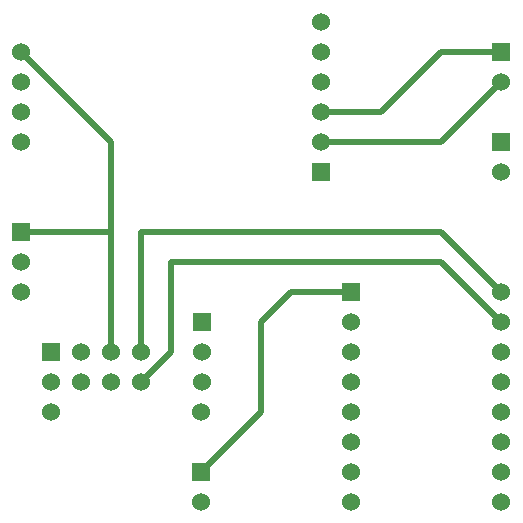
<source format=gbr>
%TF.GenerationSoftware,KiCad,Pcbnew,(6.0.2)*%
%TF.CreationDate,2023-07-03T16:13:51+01:00*%
%TF.ProjectId,Stretchy,53747265-7463-4687-992e-6b696361645f,rev?*%
%TF.SameCoordinates,Original*%
%TF.FileFunction,Copper,L2,Bot*%
%TF.FilePolarity,Positive*%
%FSLAX46Y46*%
G04 Gerber Fmt 4.6, Leading zero omitted, Abs format (unit mm)*
G04 Created by KiCad (PCBNEW (6.0.2)) date 2023-07-03 16:13:51*
%MOMM*%
%LPD*%
G01*
G04 APERTURE LIST*
%TA.AperFunction,ComponentPad*%
%ADD10R,1.530000X1.530000*%
%TD*%
%TA.AperFunction,ComponentPad*%
%ADD11C,1.530000*%
%TD*%
%TA.AperFunction,Conductor*%
%ADD12C,0.500000*%
%TD*%
G04 APERTURE END LIST*
D10*
%TO.P,REF1,1*%
%TO.N,N/C*%
X134620000Y-93980000D03*
D11*
%TO.P,REF1,2*%
X134620000Y-96520000D03*
%TO.P,REF1,3*%
X134620000Y-99060000D03*
%TO.P,REF1,4*%
X134620000Y-101600000D03*
%TO.P,REF1,5*%
X134620000Y-104140000D03*
%TO.P,REF1,6*%
X134620000Y-106680000D03*
%TO.P,REF1,7*%
X134620000Y-109220000D03*
%TO.P,REF1,8*%
X134620000Y-111760000D03*
%TO.P,REF1,9*%
X147320000Y-111760000D03*
%TO.P,REF1,10*%
X147320000Y-109220000D03*
%TO.P,REF1,11*%
X147320000Y-106680000D03*
%TO.P,REF1,12*%
X147320000Y-104140000D03*
%TO.P,REF1,13*%
X147320000Y-101600000D03*
%TO.P,REF1,14*%
X147320000Y-99060000D03*
%TO.P,REF1,15*%
X147320000Y-96520000D03*
%TO.P,REF1,16*%
X147320000Y-93980000D03*
%TD*%
D10*
%TO.P,REF8,1*%
%TO.N,N/C*%
X147320000Y-73660000D03*
D11*
%TO.P,REF8,2*%
X147320000Y-76200000D03*
%TD*%
D10*
%TO.P,REF3,1*%
%TO.N,N/C*%
X121920000Y-109220000D03*
D11*
%TO.P,REF3,2*%
X121920000Y-111760000D03*
%TD*%
D10*
%TO.P,REF4,1*%
%TO.N,N/C*%
X121931725Y-96533794D03*
D11*
%TO.P,REF4,2*%
X121931725Y-99073794D03*
%TO.P,REF4,3*%
X121931725Y-101613794D03*
%TO.P,REF4,4*%
X121920000Y-104140000D03*
%TD*%
D10*
%TO.P,REF2,1*%
%TO.N,N/C*%
X132080000Y-83820000D03*
D11*
%TO.P,REF2,2*%
X132080000Y-81280000D03*
%TO.P,REF2,3*%
X132080000Y-78740000D03*
%TO.P,REF2,4*%
X132080000Y-76200000D03*
%TO.P,REF2,5*%
X132080000Y-73660000D03*
%TO.P,REF2,6*%
X132080000Y-71120000D03*
%TO.P,REF2,7*%
X106680000Y-73660000D03*
%TO.P,REF2,8*%
X106680000Y-76200000D03*
%TO.P,REF2,9*%
X106680000Y-78740000D03*
%TO.P,REF2,10*%
X106680000Y-81280000D03*
%TD*%
D10*
%TO.P,REF6,1*%
%TO.N,N/C*%
X106680000Y-88900000D03*
D11*
%TO.P,REF6,2*%
X106680000Y-91440000D03*
%TO.P,REF6,3*%
X106680000Y-93980000D03*
%TD*%
D10*
%TO.P,REF5,1*%
%TO.N,N/C*%
X109220000Y-99060000D03*
D11*
%TO.P,REF5,2*%
X111760000Y-99060000D03*
%TO.P,REF5,3*%
X114300000Y-99060000D03*
%TO.P,REF5,4*%
X116840000Y-99060000D03*
%TO.P,REF5,5*%
X109220000Y-101600000D03*
%TO.P,REF5,6*%
X111760000Y-101600000D03*
%TO.P,REF5,7*%
X114300000Y-101600000D03*
%TO.P,REF5,8*%
X116840000Y-101600000D03*
%TO.P,REF5,9*%
X109220000Y-104140000D03*
%TD*%
D10*
%TO.P,REF7,1*%
%TO.N,N/C*%
X147320000Y-81280000D03*
D11*
%TO.P,REF7,2*%
X147320000Y-83820000D03*
%TD*%
D12*
%TO.N,*%
X116840000Y-88900000D02*
X116840000Y-99060000D01*
X147320000Y-76200000D02*
X142240000Y-81280000D01*
X114300000Y-88900000D02*
X114300000Y-99060000D01*
X134620000Y-93980000D02*
X129540000Y-93980000D01*
X142240000Y-88900000D02*
X116840000Y-88900000D01*
X119380000Y-99060000D02*
X116840000Y-101600000D01*
X142240000Y-91440000D02*
X119380000Y-91440000D01*
X127000000Y-104140000D02*
X121920000Y-109220000D01*
X147320000Y-93980000D02*
X142240000Y-88900000D01*
X119380000Y-91440000D02*
X119380000Y-99060000D01*
X147320000Y-96520000D02*
X142240000Y-91440000D01*
X142240000Y-81280000D02*
X132080000Y-81280000D01*
X137160000Y-78740000D02*
X142240000Y-73660000D01*
X106680000Y-88900000D02*
X114300000Y-88900000D01*
X132080000Y-78740000D02*
X137160000Y-78740000D01*
X142240000Y-73660000D02*
X147320000Y-73660000D01*
X129540000Y-93980000D02*
X127000000Y-96520000D01*
X127000000Y-96520000D02*
X127000000Y-104140000D01*
X114300000Y-81280000D02*
X114300000Y-99060000D01*
X106680000Y-73660000D02*
X114300000Y-81280000D01*
%TD*%
M02*

</source>
